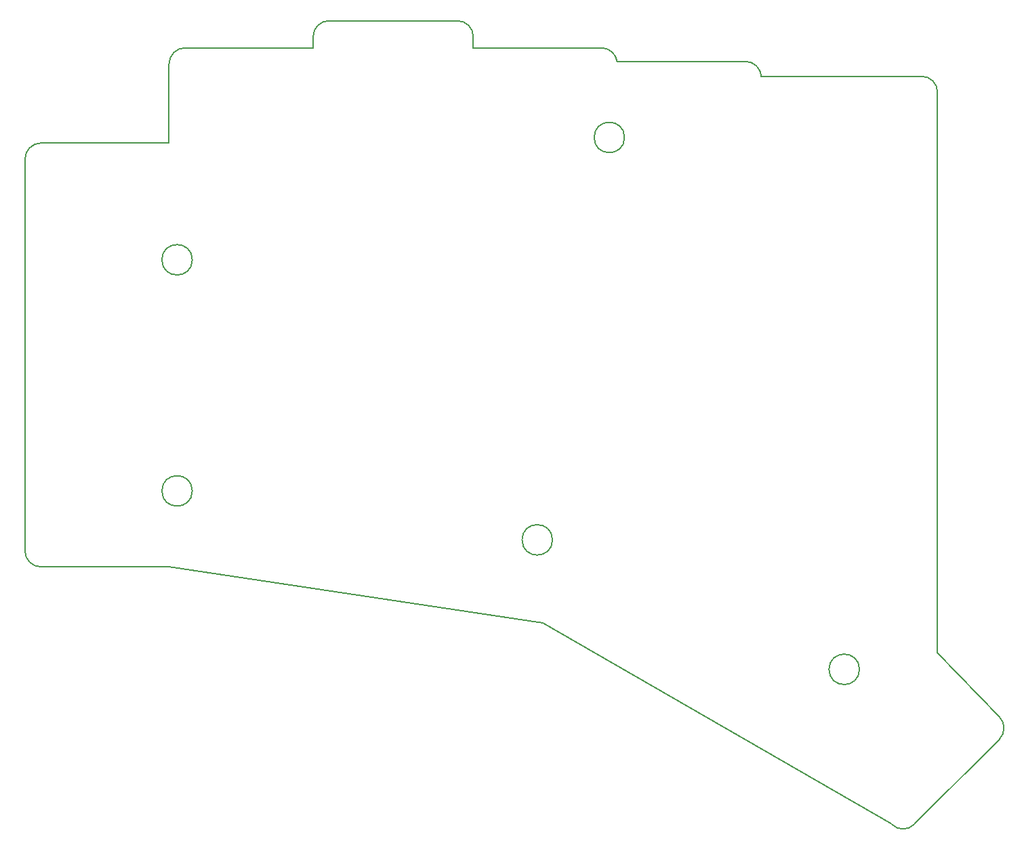
<source format=gbr>
G04 #@! TF.GenerationSoftware,KiCad,Pcbnew,5.1.5+dfsg1-2build2*
G04 #@! TF.CreationDate,2021-09-18T18:44:29+00:00*
G04 #@! TF.ProjectId,board,626f6172-642e-46b6-9963-61645f706362,VERSION_HERE*
G04 #@! TF.SameCoordinates,Original*
G04 #@! TF.FileFunction,Other,Comment*
%FSLAX46Y46*%
G04 Gerber Fmt 4.6, Leading zero omitted, Abs format (unit mm)*
G04 Created by KiCad (PCBNEW 5.1.5+dfsg1-2build2) date 2021-09-18 18:44:29*
%MOMM*%
%LPD*%
G04 APERTURE LIST*
G04 #@! TA.AperFunction,Profile*
%ADD10C,0.150000*%
G04 #@! TD*
G04 APERTURE END LIST*
D10*
X10000000Y-9500000D02*
X26000000Y-9500000D01*
X8000000Y-7500000D02*
X8000000Y41500000D01*
X10000000Y-9500000D02*
G75*
G02X8000000Y-7500000I0J2000000D01*
G01*
X26000000Y43500000D02*
X10000000Y43500000D01*
X8000000Y41500000D02*
G75*
G02X10000000Y43500000I2000000J0D01*
G01*
X44000000Y55400000D02*
X28000000Y55400000D01*
X26000000Y53400000D02*
G75*
G02X28000000Y55400000I2000000J0D01*
G01*
X26000000Y53400000D02*
X26000000Y43500000D01*
X64000000Y55400000D02*
X64000000Y56800000D01*
X62000000Y58800000D02*
G75*
G02X64000000Y56800000I0J-2000000D01*
G01*
X62000000Y58800000D02*
X46000000Y58800000D01*
X44000000Y56800000D02*
G75*
G02X46000000Y58800000I2000000J0D01*
G01*
X44000000Y56800000D02*
X44000000Y55400000D01*
X80000000Y55400000D02*
G75*
G02X81977391Y53699872I0J-2000000D01*
G01*
X80000000Y55400000D02*
X64000000Y55400000D01*
X98000000Y53700000D02*
G75*
G02X99994367Y51850000I0J-2000000D01*
G01*
X98000000Y53700000D02*
X82000000Y53700000D01*
X81977391Y53699872D02*
G75*
G02X82000000Y53700000I22609J-1999872D01*
G01*
X119117258Y-41686664D02*
G75*
G02X116288831Y-41686665I-1414214J1414213D01*
G01*
X119117258Y-41686665D02*
X129723860Y-31080063D01*
X129723859Y-28251636D02*
G75*
G02X129723860Y-31080063I-1414213J-1414214D01*
G01*
X122000000Y-20208734D02*
X129723860Y-28251636D01*
X116288831Y-41686665D02*
X72707107Y-16524745D01*
X72707107Y-16524745D02*
X26000000Y-9500000D01*
X122000000Y-20208734D02*
X122000000Y49850000D01*
X120000000Y51850000D02*
G75*
G02X122000000Y49850000I0J-2000000D01*
G01*
X120000000Y51850000D02*
X99994367Y51850000D01*
X28900000Y28900000D02*
G75*
G03X28900000Y28900000I-1900000J0D01*
G01*
X28900000Y0D02*
G75*
G03X28900000Y0I-1900000J0D01*
G01*
X82900000Y44200000D02*
G75*
G03X82900000Y44200000I-1900000J0D01*
G01*
X73900000Y-6120000D02*
G75*
G03X73900000Y-6120000I-1900000J0D01*
G01*
X112249134Y-22311939D02*
G75*
G03X112249134Y-22311939I-1900000J0D01*
G01*
M02*

</source>
